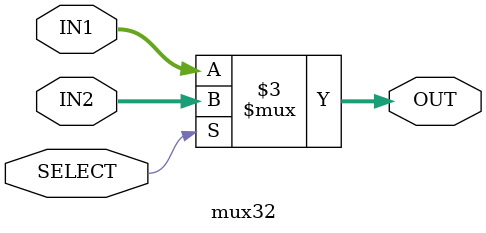
<source format=v>

module pc_add(PC,PCADDED); 
    

    // declaring ports
    input [31:0] PC;    //initial PC value
    output reg [31:0] PCADDED;  //final PC value

    always @(PC) begin
    // assign PC_value +1 with 1 s  artificial delay
        #1 PCADDED=PC+4;
    end

endmodule

module pc_add_j_beq (PC,INSTRUCTION,OFFSET,PCADDED);
    //declaring ports
    input [31:0] PC;
    input [31:0] INSTRUCTION;
    input [31:0] OFFSET;
    output reg [31:0] PCADDED;

    //always read INSTRUCTION
    always @(INSTRUCTION)   begin
        #2 PCADDED=PC+OFFSET;
    end

endmodule

module mux32(IN1,IN2,OUT,SELECT);
    input [31:0] IN1, IN2;
	input SELECT;
	output reg [31:0] OUT;

    always @(*) begin 
        if (SELECT) begin 
            OUT = IN2; 
        end 

        else OUT = IN1;  
    end	
endmodule
</source>
